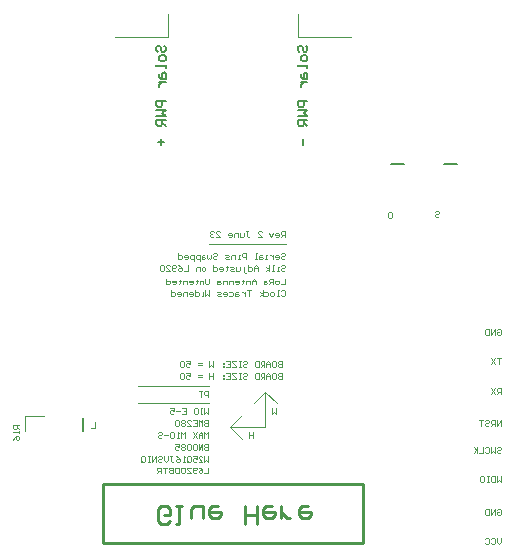
<source format=gbr>
G04*
G04 #@! TF.GenerationSoftware,Altium Limited,Altium Designer,25.5.2 (35)*
G04*
G04 Layer_Color=32896*
%FSLAX25Y25*%
%MOIN*%
G70*
G04*
G04 #@! TF.SameCoordinates,0BB90384-501E-406B-A6C2-AE9EDDEAC3CB*
G04*
G04*
G04 #@! TF.FilePolarity,Positive*
G04*
G01*
G75*
%ADD13C,0.00787*%
%ADD14C,0.00394*%
%ADD16C,0.01000*%
%ADD18C,0.00315*%
D13*
X145307Y130968D02*
X149638D01*
X42600Y42100D02*
Y46431D01*
X163023Y130968D02*
X167354D01*
X67455Y168373D02*
X66930Y168898D01*
Y169948D01*
X67455Y170473D01*
X67980D01*
X68504Y169948D01*
Y168898D01*
X69029Y168373D01*
X69554D01*
X70079Y168898D01*
Y169948D01*
X69554Y170473D01*
X70079Y166799D02*
Y165750D01*
X69554Y165225D01*
X68504D01*
X67980Y165750D01*
Y166799D01*
X68504Y167324D01*
X69554D01*
X70079Y166799D01*
Y164175D02*
Y163126D01*
Y163651D01*
X66930D01*
Y164175D01*
X67980Y161027D02*
Y159977D01*
X68504Y159452D01*
X70079D01*
Y161027D01*
X69554Y161551D01*
X69029Y161027D01*
Y159452D01*
X67980Y158403D02*
X70079D01*
X69029D01*
X68504Y157878D01*
X67980Y157353D01*
Y156828D01*
X70079Y152106D02*
X66930D01*
Y150531D01*
X67455Y150007D01*
X68504D01*
X69029Y150531D01*
Y152106D01*
X66930Y148957D02*
X70079D01*
X69029Y147907D01*
X70079Y146858D01*
X66930D01*
X70079Y145808D02*
X66930D01*
Y144234D01*
X67455Y143709D01*
X68504D01*
X69029Y144234D01*
Y145808D01*
Y144759D02*
X70079Y143709D01*
X68504Y139511D02*
Y137412D01*
X67455Y138462D02*
X69554D01*
X114699Y168373D02*
X114174Y168898D01*
Y169948D01*
X114699Y170473D01*
X115224D01*
X115749Y169948D01*
Y168898D01*
X116273Y168373D01*
X116798D01*
X117323Y168898D01*
Y169948D01*
X116798Y170473D01*
X117323Y166799D02*
Y165750D01*
X116798Y165225D01*
X115749D01*
X115224Y165750D01*
Y166799D01*
X115749Y167324D01*
X116798D01*
X117323Y166799D01*
Y164175D02*
Y163126D01*
Y163651D01*
X114174D01*
Y164175D01*
X115224Y161027D02*
Y159977D01*
X115749Y159452D01*
X117323D01*
Y161027D01*
X116798Y161551D01*
X116273Y161027D01*
Y159452D01*
X115224Y158403D02*
X117323D01*
X116273D01*
X115749Y157878D01*
X115224Y157353D01*
Y156828D01*
X117323Y152106D02*
X114174D01*
Y150531D01*
X114699Y150007D01*
X115749D01*
X116273Y150531D01*
Y152106D01*
X114174Y148957D02*
X117323D01*
X116273Y147907D01*
X117323Y146858D01*
X114174D01*
X117323Y145808D02*
X114174D01*
Y144234D01*
X114699Y143709D01*
X115749D01*
X116273Y144234D01*
Y145808D01*
Y144759D02*
X117323Y143709D01*
X115749Y139511D02*
Y137412D01*
D14*
X84646Y104331D02*
X110236D01*
X61024Y57087D02*
X84646D01*
X61024Y51181D02*
X84646D01*
X91535Y43307D02*
X95472Y47244D01*
X91535Y43307D02*
X103347D01*
X91535D02*
X95472Y39370D01*
X103347Y55118D02*
X107283Y51181D01*
X99410D02*
X103347Y55118D01*
Y43307D02*
Y55118D01*
X53150Y173228D02*
X70866D01*
Y181102D01*
X114173Y173228D02*
X131890D01*
X114173D02*
Y181102D01*
X23100Y42000D02*
Y47000D01*
X29500D01*
D16*
X49126Y4817D02*
Y24502D01*
X135740Y4817D02*
Y24502D01*
X49126D02*
X135740D01*
X49126Y4817D02*
X135740D01*
X71400Y12168D02*
X70400Y11169D01*
X68401D01*
X67401Y12168D01*
Y16167D01*
X68401Y17167D01*
X70400D01*
X71400Y16167D01*
Y14168D01*
X69401D01*
X73399Y17167D02*
X75398D01*
X74399D01*
Y11169D01*
X73399D01*
X78398Y13168D02*
Y16167D01*
X79397Y17167D01*
X82396D01*
Y13168D01*
X87395Y17167D02*
X85395D01*
X84396Y16167D01*
Y14168D01*
X85395Y13168D01*
X87395D01*
X88394Y14168D01*
Y15168D01*
X84396D01*
X96392Y11169D02*
Y17167D01*
Y14168D01*
X100390D01*
Y11169D01*
Y17167D01*
X105389D02*
X103390D01*
X102390Y16167D01*
Y14168D01*
X103390Y13168D01*
X105389D01*
X106388Y14168D01*
Y15168D01*
X102390D01*
X108388Y13168D02*
Y17167D01*
Y15168D01*
X109388Y14168D01*
X110387Y13168D01*
X111387D01*
X117385Y17167D02*
X115386D01*
X114386Y16167D01*
Y14168D01*
X115386Y13168D01*
X117385D01*
X118385Y14168D01*
Y15168D01*
X114386D01*
D18*
X108609Y88569D02*
X108937Y88897D01*
X109593D01*
X109921Y88569D01*
Y87257D01*
X109593Y86929D01*
X108937D01*
X108609Y87257D01*
X107953Y86929D02*
X107298D01*
X107625D01*
Y88897D01*
X107953D01*
X105985Y86929D02*
X105330D01*
X105002Y87257D01*
Y87913D01*
X105330Y88241D01*
X105985D01*
X106314Y87913D01*
Y87257D01*
X105985Y86929D01*
X103034Y88241D02*
X104018D01*
X104346Y87913D01*
Y87257D01*
X104018Y86929D01*
X103034D01*
X102378D02*
Y88897D01*
Y87585D02*
X101394Y88241D01*
X102378Y87585D02*
X101394Y86929D01*
X98442Y88897D02*
X97130D01*
X97786D01*
Y86929D01*
X96474Y88241D02*
Y86929D01*
Y87585D01*
X96146Y87913D01*
X95818Y88241D01*
X95490D01*
X94178D02*
X93522D01*
X93194Y87913D01*
Y86929D01*
X94178D01*
X94506Y87257D01*
X94178Y87585D01*
X93194D01*
X91227Y88241D02*
X92211D01*
X92538Y87913D01*
Y87257D01*
X92211Y86929D01*
X91227D01*
X89587D02*
X90243D01*
X90571Y87257D01*
Y87913D01*
X90243Y88241D01*
X89587D01*
X89259Y87913D01*
Y87585D01*
X90571D01*
X88603Y86929D02*
X87619D01*
X87291Y87257D01*
X87619Y87585D01*
X88275D01*
X88603Y87913D01*
X88275Y88241D01*
X87291D01*
X84667Y88897D02*
Y86929D01*
X84011Y87585D01*
X83355Y86929D01*
Y88897D01*
X82699Y86929D02*
X82043D01*
X82371D01*
Y88241D01*
X82699D01*
X79747Y88897D02*
Y86929D01*
X80731D01*
X81059Y87257D01*
Y87913D01*
X80731Y88241D01*
X79747D01*
X78108Y86929D02*
X78764D01*
X79091Y87257D01*
Y87913D01*
X78764Y88241D01*
X78108D01*
X77780Y87913D01*
Y87585D01*
X79091D01*
X77124Y86929D02*
Y88241D01*
X76140D01*
X75812Y87913D01*
Y86929D01*
X74172D02*
X74828D01*
X75156Y87257D01*
Y87913D01*
X74828Y88241D01*
X74172D01*
X73844Y87913D01*
Y87585D01*
X75156D01*
X71876Y88897D02*
Y86929D01*
X72860D01*
X73188Y87257D01*
Y87913D01*
X72860Y88241D01*
X71876D01*
X109921Y92834D02*
Y90866D01*
X108609D01*
X107625D02*
X106969D01*
X106641Y91194D01*
Y91850D01*
X106969Y92178D01*
X107625D01*
X107953Y91850D01*
Y91194D01*
X107625Y90866D01*
X105985D02*
Y92834D01*
X105002D01*
X104674Y92506D01*
Y91850D01*
X105002Y91522D01*
X105985D01*
X105330D02*
X104674Y90866D01*
X103690Y92178D02*
X103034D01*
X102706Y91850D01*
Y90866D01*
X103690D01*
X104018Y91194D01*
X103690Y91522D01*
X102706D01*
X100082Y90866D02*
Y92178D01*
X99426Y92834D01*
X98770Y92178D01*
Y90866D01*
Y91850D01*
X100082D01*
X98114Y90866D02*
Y92178D01*
X97130D01*
X96802Y91850D01*
Y90866D01*
X95818Y92506D02*
Y92178D01*
X96146D01*
X95490D01*
X95818D01*
Y91194D01*
X95490Y90866D01*
X93522D02*
X94178D01*
X94506Y91194D01*
Y91850D01*
X94178Y92178D01*
X93522D01*
X93194Y91850D01*
Y91522D01*
X94506D01*
X92538Y90866D02*
Y92178D01*
X91555D01*
X91227Y91850D01*
Y90866D01*
X90571D02*
Y92178D01*
X89587D01*
X89259Y91850D01*
Y90866D01*
X88275Y92178D02*
X87619D01*
X87291Y91850D01*
Y90866D01*
X88275D01*
X88603Y91194D01*
X88275Y91522D01*
X87291D01*
X84667Y92834D02*
Y91194D01*
X84339Y90866D01*
X83683D01*
X83355Y91194D01*
Y92834D01*
X82699Y90866D02*
Y92178D01*
X81715D01*
X81387Y91850D01*
Y90866D01*
X80403Y92506D02*
Y92178D01*
X80731D01*
X80075D01*
X80403D01*
Y91194D01*
X80075Y90866D01*
X78108D02*
X78764D01*
X79091Y91194D01*
Y91850D01*
X78764Y92178D01*
X78108D01*
X77780Y91850D01*
Y91522D01*
X79091D01*
X77124Y90866D02*
Y92178D01*
X76140D01*
X75812Y91850D01*
Y90866D01*
X74828Y92506D02*
Y92178D01*
X75156D01*
X74500D01*
X74828D01*
Y91194D01*
X74500Y90866D01*
X72532D02*
X73188D01*
X73516Y91194D01*
Y91850D01*
X73188Y92178D01*
X72532D01*
X72204Y91850D01*
Y91522D01*
X73516D01*
X70236Y92834D02*
Y90866D01*
X71220D01*
X71548Y91194D01*
Y91850D01*
X71220Y92178D01*
X70236D01*
X108609Y97099D02*
X108937Y97427D01*
X109593D01*
X109921Y97099D01*
Y96771D01*
X109593Y96443D01*
X108937D01*
X108609Y96115D01*
Y95787D01*
X108937Y95459D01*
X109593D01*
X109921Y95787D01*
X107953Y95459D02*
X107298D01*
X107625D01*
Y96771D01*
X107953D01*
X106314Y95459D02*
X105658D01*
X105985D01*
Y97427D01*
X106314D01*
X104674Y95459D02*
Y97427D01*
Y96115D02*
X103690Y96771D01*
X104674Y96115D02*
X103690Y95459D01*
X100738D02*
Y96771D01*
X100082Y97427D01*
X99426Y96771D01*
Y95459D01*
Y96443D01*
X100738D01*
X97458Y97427D02*
Y95459D01*
X98442D01*
X98770Y95787D01*
Y96443D01*
X98442Y96771D01*
X97458D01*
X96802Y94803D02*
X96474D01*
X96146Y95131D01*
Y96771D01*
X94834D02*
Y95787D01*
X94506Y95459D01*
X93522D01*
Y96771D01*
X92866Y95459D02*
X91882D01*
X91554Y95787D01*
X91882Y96115D01*
X92538D01*
X92866Y96443D01*
X92538Y96771D01*
X91554D01*
X90571Y97099D02*
Y96771D01*
X90899D01*
X90243D01*
X90571D01*
Y95787D01*
X90243Y95459D01*
X88275D02*
X88931D01*
X89259Y95787D01*
Y96443D01*
X88931Y96771D01*
X88275D01*
X87947Y96443D01*
Y96115D01*
X89259D01*
X85979Y97427D02*
Y95459D01*
X86963D01*
X87291Y95787D01*
Y96443D01*
X86963Y96771D01*
X85979D01*
X83027Y95459D02*
X82371D01*
X82043Y95787D01*
Y96443D01*
X82371Y96771D01*
X83027D01*
X83355Y96443D01*
Y95787D01*
X83027Y95459D01*
X81387D02*
Y96771D01*
X80403D01*
X80075Y96443D01*
Y95459D01*
X77451Y97427D02*
Y95459D01*
X76140D01*
X74172Y97427D02*
X74828Y97099D01*
X75484Y96443D01*
Y95787D01*
X75156Y95459D01*
X74500D01*
X74172Y95787D01*
Y96115D01*
X74500Y96443D01*
X75484D01*
X73516Y95787D02*
X73188Y95459D01*
X72532D01*
X72204Y95787D01*
Y97099D01*
X72532Y97427D01*
X73188D01*
X73516Y97099D01*
Y96771D01*
X73188Y96443D01*
X72204D01*
X70236Y95459D02*
X71548D01*
X70236Y96771D01*
Y97099D01*
X70564Y97427D01*
X71220D01*
X71548Y97099D01*
X69580D02*
X69252Y97427D01*
X68596D01*
X68268Y97099D01*
Y95787D01*
X68596Y95459D01*
X69252D01*
X69580Y95787D01*
Y97099D01*
X108609Y101036D02*
X108937Y101364D01*
X109593D01*
X109921Y101036D01*
Y100708D01*
X109593Y100380D01*
X108937D01*
X108609Y100052D01*
Y99724D01*
X108937Y99396D01*
X109593D01*
X109921Y99724D01*
X106969Y99396D02*
X107625D01*
X107953Y99724D01*
Y100380D01*
X107625Y100708D01*
X106969D01*
X106641Y100380D01*
Y100052D01*
X107953D01*
X105985Y100708D02*
Y99396D01*
Y100052D01*
X105658Y100380D01*
X105330Y100708D01*
X105002D01*
X104018Y99396D02*
X103362D01*
X103690D01*
Y100708D01*
X104018D01*
X102050D02*
X101394D01*
X101066Y100380D01*
Y99396D01*
X102050D01*
X102378Y99724D01*
X102050Y100052D01*
X101066D01*
X100410Y99396D02*
X99754D01*
X100082D01*
Y101364D01*
X100410D01*
X96802Y99396D02*
Y101364D01*
X95818D01*
X95490Y101036D01*
Y100380D01*
X95818Y100052D01*
X96802D01*
X94834Y99396D02*
X94178D01*
X94506D01*
Y100708D01*
X94834D01*
X93194Y99396D02*
Y100708D01*
X92211D01*
X91882Y100380D01*
Y99396D01*
X91227D02*
X90243D01*
X89915Y99724D01*
X90243Y100052D01*
X90899D01*
X91227Y100380D01*
X90899Y100708D01*
X89915D01*
X85979Y101036D02*
X86307Y101364D01*
X86963D01*
X87291Y101036D01*
Y100708D01*
X86963Y100380D01*
X86307D01*
X85979Y100052D01*
Y99724D01*
X86307Y99396D01*
X86963D01*
X87291Y99724D01*
X85323Y100708D02*
Y99724D01*
X84995Y99396D01*
X84667Y99724D01*
X84339Y99396D01*
X84011Y99724D01*
Y100708D01*
X83027D02*
X82371D01*
X82043Y100380D01*
Y99396D01*
X83027D01*
X83355Y99724D01*
X83027Y100052D01*
X82043D01*
X81387Y98740D02*
Y100708D01*
X80403D01*
X80075Y100380D01*
Y99724D01*
X80403Y99396D01*
X81387D01*
X79419Y98740D02*
Y100708D01*
X78435D01*
X78108Y100380D01*
Y99724D01*
X78435Y99396D01*
X79419D01*
X76468D02*
X77124D01*
X77451Y99724D01*
Y100380D01*
X77124Y100708D01*
X76468D01*
X76140Y100380D01*
Y100052D01*
X77451D01*
X74172Y101364D02*
Y99396D01*
X75156D01*
X75484Y99724D01*
Y100380D01*
X75156Y100708D01*
X74172D01*
X109921Y106614D02*
Y108582D01*
X108937D01*
X108609Y108254D01*
Y107598D01*
X108937Y107270D01*
X109921D01*
X109265D02*
X108609Y106614D01*
X106969D02*
X107625D01*
X107953Y106942D01*
Y107598D01*
X107625Y107926D01*
X106969D01*
X106641Y107598D01*
Y107270D01*
X107953D01*
X105985Y107926D02*
X105330Y106614D01*
X104674Y107926D01*
X100738Y106614D02*
X102050D01*
X100738Y107926D01*
Y108254D01*
X101066Y108582D01*
X101722D01*
X102050Y108254D01*
X96802Y108582D02*
X97458D01*
X97130D01*
Y106942D01*
X97458Y106614D01*
X97786D01*
X98114Y106942D01*
X96146Y107926D02*
Y106942D01*
X95818Y106614D01*
X94834D01*
Y107926D01*
X94178Y106614D02*
Y107926D01*
X93194D01*
X92866Y107598D01*
Y106614D01*
X91227D02*
X91882D01*
X92211Y106942D01*
Y107598D01*
X91882Y107926D01*
X91227D01*
X90899Y107598D01*
Y107270D01*
X92211D01*
X86963Y106614D02*
X88275D01*
X86963Y107926D01*
Y108254D01*
X87291Y108582D01*
X87947D01*
X88275Y108254D01*
X86307D02*
X85979Y108582D01*
X85323D01*
X84995Y108254D01*
Y107926D01*
X85323Y107598D01*
X85651D01*
X85323D01*
X84995Y107270D01*
Y106942D01*
X85323Y106614D01*
X85979D01*
X86307Y106942D01*
X108937Y61338D02*
Y59370D01*
X107953D01*
X107625Y59698D01*
Y60026D01*
X107953Y60354D01*
X108937D01*
X107953D01*
X107625Y60682D01*
Y61010D01*
X107953Y61338D01*
X108937D01*
X105985D02*
X106641D01*
X106969Y61010D01*
Y59698D01*
X106641Y59370D01*
X105985D01*
X105657Y59698D01*
Y61010D01*
X105985Y61338D01*
X105001Y59370D02*
Y60682D01*
X104345Y61338D01*
X103689Y60682D01*
Y59370D01*
Y60354D01*
X105001D01*
X103033Y59370D02*
Y61338D01*
X102050D01*
X101722Y61010D01*
Y60354D01*
X102050Y60026D01*
X103033D01*
X102377D02*
X101722Y59370D01*
X101066Y61338D02*
Y59370D01*
X100082D01*
X99754Y59698D01*
Y61010D01*
X100082Y61338D01*
X101066D01*
X95818Y61010D02*
X96146Y61338D01*
X96802D01*
X97130Y61010D01*
Y60682D01*
X96802Y60354D01*
X96146D01*
X95818Y60026D01*
Y59698D01*
X96146Y59370D01*
X96802D01*
X97130Y59698D01*
X95162Y61338D02*
X94506D01*
X94834D01*
Y59370D01*
X95162D01*
X94506D01*
X93522Y61338D02*
X92210D01*
Y61010D01*
X93522Y59698D01*
Y59370D01*
X92210D01*
X90242Y61338D02*
X91554D01*
Y59370D01*
X90242D01*
X91554Y60354D02*
X90898D01*
X89586Y60682D02*
X89258D01*
Y60354D01*
X89586D01*
Y60682D01*
Y59698D02*
X89258D01*
Y59370D01*
X89586D01*
Y59698D01*
X85979Y61338D02*
Y59370D01*
Y60354D01*
X84667D01*
Y61338D01*
Y59370D01*
X82043Y60026D02*
X80731D01*
X82043Y60682D02*
X80731D01*
X76795Y61338D02*
X78107D01*
Y60354D01*
X77451Y60682D01*
X77123D01*
X76795Y60354D01*
Y59698D01*
X77123Y59370D01*
X77779D01*
X78107Y59698D01*
X76139Y61010D02*
X75811Y61338D01*
X75155D01*
X74827Y61010D01*
Y59698D01*
X75155Y59370D01*
X75811D01*
X76139Y59698D01*
Y61010D01*
X108937Y65275D02*
Y63307D01*
X107953D01*
X107625Y63635D01*
Y63963D01*
X107953Y64291D01*
X108937D01*
X107953D01*
X107625Y64619D01*
Y64947D01*
X107953Y65275D01*
X108937D01*
X105985D02*
X106641D01*
X106969Y64947D01*
Y63635D01*
X106641Y63307D01*
X105985D01*
X105657Y63635D01*
Y64947D01*
X105985Y65275D01*
X105001Y63307D02*
Y64619D01*
X104345Y65275D01*
X103689Y64619D01*
Y63307D01*
Y64291D01*
X105001D01*
X103033Y63307D02*
Y65275D01*
X102050D01*
X101722Y64947D01*
Y64291D01*
X102050Y63963D01*
X103033D01*
X102377D02*
X101722Y63307D01*
X101066Y65275D02*
Y63307D01*
X100082D01*
X99754Y63635D01*
Y64947D01*
X100082Y65275D01*
X101066D01*
X95818Y64947D02*
X96146Y65275D01*
X96802D01*
X97130Y64947D01*
Y64619D01*
X96802Y64291D01*
X96146D01*
X95818Y63963D01*
Y63635D01*
X96146Y63307D01*
X96802D01*
X97130Y63635D01*
X95162Y65275D02*
X94506D01*
X94834D01*
Y63307D01*
X95162D01*
X94506D01*
X93522Y65275D02*
X92210D01*
Y64947D01*
X93522Y63635D01*
Y63307D01*
X92210D01*
X90242Y65275D02*
X91554D01*
Y63307D01*
X90242D01*
X91554Y64291D02*
X90898D01*
X89586Y64619D02*
X89258D01*
Y64291D01*
X89586D01*
Y64619D01*
Y63635D02*
X89258D01*
Y63307D01*
X89586D01*
Y63635D01*
X85979Y65275D02*
Y63307D01*
X85323Y63963D01*
X84667Y63307D01*
Y65275D01*
X82043Y63963D02*
X80731D01*
X82043Y64619D02*
X80731D01*
X76795Y65275D02*
X78107D01*
Y64291D01*
X77451Y64619D01*
X77123D01*
X76795Y64291D01*
Y63635D01*
X77123Y63307D01*
X77779D01*
X78107Y63635D01*
X76139Y64947D02*
X75811Y65275D01*
X75155D01*
X74827Y64947D01*
Y63635D01*
X75155Y63307D01*
X75811D01*
X76139Y63635D01*
Y64947D01*
X84331Y49527D02*
Y47559D01*
X83675Y48215D01*
X83019Y47559D01*
Y49527D01*
X82363D02*
X81707D01*
X82035D01*
Y47559D01*
X82363D01*
X81707D01*
X79739Y49527D02*
X80395D01*
X80723Y49199D01*
Y47887D01*
X80395Y47559D01*
X79739D01*
X79411Y47887D01*
Y49199D01*
X79739Y49527D01*
X75475D02*
X76787D01*
Y47559D01*
X75475D01*
X76787Y48543D02*
X76131D01*
X74819D02*
X73507D01*
X71540Y49527D02*
X72852D01*
Y48543D01*
X72196Y48871D01*
X71868D01*
X71540Y48543D01*
Y47887D01*
X71868Y47559D01*
X72523D01*
X72852Y47887D01*
X84331Y53465D02*
Y55432D01*
X83347D01*
X83019Y55104D01*
Y54448D01*
X83347Y54120D01*
X84331D01*
X82363Y55432D02*
X81051D01*
X81707D01*
Y53465D01*
X84331Y29842D02*
Y27874D01*
X83019D01*
X81051Y29842D02*
X81707Y29514D01*
X82363Y28858D01*
Y28202D01*
X82035Y27874D01*
X81379D01*
X81051Y28202D01*
Y28530D01*
X81379Y28858D01*
X82363D01*
X80395Y28202D02*
X80067Y27874D01*
X79411D01*
X79083Y28202D01*
Y29514D01*
X79411Y29842D01*
X80067D01*
X80395Y29514D01*
Y29186D01*
X80067Y28858D01*
X79083D01*
X77115Y27874D02*
X78427D01*
X77115Y29186D01*
Y29514D01*
X77443Y29842D01*
X78099D01*
X78427Y29514D01*
X76459D02*
X76131Y29842D01*
X75475D01*
X75147Y29514D01*
Y28202D01*
X75475Y27874D01*
X76131D01*
X76459Y28202D01*
Y29514D01*
X74491Y29842D02*
Y27874D01*
X73507D01*
X73180Y28202D01*
Y29514D01*
X73507Y29842D01*
X74491D01*
X72524D02*
Y27874D01*
X71540D01*
X71212Y28202D01*
Y28530D01*
X71540Y28858D01*
X72524D01*
X71540D01*
X71212Y29186D01*
Y29514D01*
X71540Y29842D01*
X72524D01*
X70556D02*
X69244D01*
X69900D01*
Y27874D01*
X68588D02*
Y29842D01*
X67604D01*
X67276Y29514D01*
Y28858D01*
X67604Y28530D01*
X68588D01*
X67932D02*
X67276Y27874D01*
X84331Y33779D02*
Y31811D01*
X83675Y32467D01*
X83019Y31811D01*
Y33779D01*
X81051Y31811D02*
X82363D01*
X81051Y33123D01*
Y33451D01*
X81379Y33779D01*
X82035D01*
X82363Y33451D01*
X79083Y33779D02*
X80395D01*
Y32795D01*
X79739Y33123D01*
X79411D01*
X79083Y32795D01*
Y32139D01*
X79411Y31811D01*
X80067D01*
X80395Y32139D01*
X77115D02*
Y33451D01*
X77443Y33779D01*
X78099D01*
X78427Y33451D01*
Y32139D01*
X78099Y31811D01*
X77443D01*
X77771Y32467D02*
X77115Y31811D01*
X77443D02*
X77115Y32139D01*
X76459Y31811D02*
X75803D01*
X76131D01*
Y33779D01*
X76459Y33451D01*
X73507Y33779D02*
X74163Y33451D01*
X74819Y32795D01*
Y32139D01*
X74491Y31811D01*
X73835D01*
X73507Y32139D01*
Y32467D01*
X73835Y32795D01*
X74819D01*
X71540Y33779D02*
X72196D01*
X71868D01*
Y32139D01*
X72196Y31811D01*
X72523D01*
X72852Y32139D01*
X70884Y33779D02*
Y32467D01*
X70228Y31811D01*
X69572Y32467D01*
Y33779D01*
X67604Y33451D02*
X67932Y33779D01*
X68588D01*
X68916Y33451D01*
Y33123D01*
X68588Y32795D01*
X67932D01*
X67604Y32467D01*
Y32139D01*
X67932Y31811D01*
X68588D01*
X68916Y32139D01*
X66948Y31811D02*
Y33779D01*
X65636Y31811D01*
Y33779D01*
X64980D02*
X64324D01*
X64652D01*
Y31811D01*
X64980D01*
X64324D01*
X62028Y32139D02*
Y33451D01*
X62356Y33779D01*
X63012D01*
X63340Y33451D01*
Y32139D01*
X63012Y31811D01*
X62356D01*
X62684Y32467D02*
X62028Y31811D01*
X62356D02*
X62028Y32139D01*
X84331Y37716D02*
Y35748D01*
X83347D01*
X83019Y36076D01*
Y36404D01*
X83347Y36732D01*
X84331D01*
X83347D01*
X83019Y37060D01*
Y37388D01*
X83347Y37716D01*
X84331D01*
X82363Y35748D02*
Y37716D01*
X81051Y35748D01*
Y37716D01*
X79411D02*
X80067D01*
X80395Y37388D01*
Y36076D01*
X80067Y35748D01*
X79411D01*
X79083Y36076D01*
Y37388D01*
X79411Y37716D01*
X78427Y37388D02*
X78099Y37716D01*
X77443D01*
X77115Y37388D01*
Y36076D01*
X77443Y35748D01*
X78099D01*
X78427Y36076D01*
Y37388D01*
X76459D02*
X76131Y37716D01*
X75475D01*
X75147Y37388D01*
Y37060D01*
X75475Y36732D01*
X75147Y36404D01*
Y36076D01*
X75475Y35748D01*
X76131D01*
X76459Y36076D01*
Y36404D01*
X76131Y36732D01*
X76459Y37060D01*
Y37388D01*
X76131Y36732D02*
X75475D01*
X73180Y37716D02*
X74491D01*
Y36732D01*
X73835Y37060D01*
X73507D01*
X73180Y36732D01*
Y36076D01*
X73507Y35748D01*
X74163D01*
X74491Y36076D01*
X84331Y39685D02*
Y41653D01*
X83675Y40997D01*
X83019Y41653D01*
Y39685D01*
X82363D02*
Y40997D01*
X81707Y41653D01*
X81051Y40997D01*
Y39685D01*
Y40669D01*
X82363D01*
X80395Y41653D02*
X79083Y39685D01*
Y41653D02*
X80395Y39685D01*
X76459D02*
Y41653D01*
X75803Y40997D01*
X75147Y41653D01*
Y39685D01*
X74491D02*
X73835D01*
X74163D01*
Y41653D01*
X74491Y41325D01*
X72852D02*
X72523Y41653D01*
X71868D01*
X71540Y41325D01*
Y40013D01*
X71868Y39685D01*
X72523D01*
X72852Y40013D01*
Y41325D01*
X70884Y40669D02*
X69572D01*
X67604Y41325D02*
X67932Y41653D01*
X68588D01*
X68916Y41325D01*
Y40997D01*
X68588Y40669D01*
X67932D01*
X67604Y40341D01*
Y40013D01*
X67932Y39685D01*
X68588D01*
X68916Y40013D01*
X99094Y41653D02*
Y39685D01*
Y40669D01*
X97783D01*
Y41653D01*
Y39685D01*
X106968Y49527D02*
Y47559D01*
X106313Y48215D01*
X105657Y47559D01*
Y49527D01*
X84331Y45590D02*
Y43622D01*
X83347D01*
X83019Y43950D01*
Y44278D01*
X83347Y44606D01*
X84331D01*
X83347D01*
X83019Y44934D01*
Y45262D01*
X83347Y45590D01*
X84331D01*
X82363Y43622D02*
Y45590D01*
X81707Y44934D01*
X81051Y45590D01*
Y43622D01*
X79083Y45590D02*
X80395D01*
Y43622D01*
X79083D01*
X80395Y44606D02*
X79739D01*
X77115Y43622D02*
X78427D01*
X77115Y44934D01*
Y45262D01*
X77443Y45590D01*
X78099D01*
X78427Y45262D01*
X76459D02*
X76131Y45590D01*
X75475D01*
X75147Y45262D01*
Y44934D01*
X75475Y44606D01*
X75147Y44278D01*
Y43950D01*
X75475Y43622D01*
X76131D01*
X76459Y43950D01*
Y44278D01*
X76131Y44606D01*
X76459Y44934D01*
Y45262D01*
X76131Y44606D02*
X75475D01*
X74491Y45262D02*
X74163Y45590D01*
X73507D01*
X73180Y45262D01*
Y43950D01*
X73507Y43622D01*
X74163D01*
X74491Y43950D01*
Y45262D01*
X46385Y44983D02*
Y43015D01*
X45073D01*
X144601Y115062D02*
X145257D01*
X145585Y114734D01*
Y113422D01*
X145257Y113094D01*
X144601D01*
X144273Y113422D01*
Y114734D01*
X144601Y115062D01*
X159791Y115144D02*
X160118Y115472D01*
X160774D01*
X161102Y115144D01*
Y114816D01*
X160774Y114488D01*
X160118D01*
X159791Y114160D01*
Y113832D01*
X160118Y113504D01*
X160774D01*
X161102Y113832D01*
X181893Y43638D02*
Y45606D01*
X180581Y43638D01*
Y45606D01*
X179925Y43638D02*
Y45606D01*
X178941D01*
X178613Y45278D01*
Y44622D01*
X178941Y44294D01*
X179925D01*
X179269D02*
X178613Y43638D01*
X176645Y45278D02*
X176973Y45606D01*
X177629D01*
X177957Y45278D01*
Y44950D01*
X177629Y44622D01*
X176973D01*
X176645Y44294D01*
Y43966D01*
X176973Y43638D01*
X177629D01*
X177957Y43966D01*
X175989Y45606D02*
X174677D01*
X175333D01*
Y43638D01*
X181893Y6236D02*
Y4924D01*
X181237Y4268D01*
X180581Y4924D01*
Y6236D01*
X178613Y5908D02*
X178941Y6236D01*
X179597D01*
X179925Y5908D01*
Y4596D01*
X179597Y4268D01*
X178941D01*
X178613Y4596D01*
X176645Y5908D02*
X176973Y6236D01*
X177629D01*
X177957Y5908D01*
Y4596D01*
X177629Y4268D01*
X176973D01*
X176645Y4596D01*
X180581Y36419D02*
X180909Y36747D01*
X181565D01*
X181893Y36419D01*
Y36091D01*
X181565Y35763D01*
X180909D01*
X180581Y35436D01*
Y35107D01*
X180909Y34780D01*
X181565D01*
X181893Y35107D01*
X179925Y36747D02*
Y34780D01*
X179269Y35436D01*
X178613Y34780D01*
Y36747D01*
X176645Y36419D02*
X176973Y36747D01*
X177629D01*
X177957Y36419D01*
Y35107D01*
X177629Y34780D01*
X176973D01*
X176645Y35107D01*
X175989Y36747D02*
Y34780D01*
X174677D01*
X174021Y36747D02*
Y34780D01*
Y35436D01*
X172710Y36747D01*
X173694Y35763D01*
X172710Y34780D01*
X181893Y54465D02*
Y56432D01*
X180909D01*
X180581Y56104D01*
Y55449D01*
X180909Y55120D01*
X181893D01*
X181237D02*
X180581Y54465D01*
X179925Y56432D02*
X178613Y54465D01*
Y56432D02*
X179925Y54465D01*
X181893Y66275D02*
X180581D01*
X181237D01*
Y64307D01*
X179925Y66275D02*
X178613Y64307D01*
Y66275D02*
X179925Y64307D01*
X181893Y26905D02*
Y24937D01*
X181237Y25593D01*
X180581Y24937D01*
Y26905D01*
X179925D02*
Y24937D01*
X178941D01*
X178613Y25265D01*
Y26577D01*
X178941Y26905D01*
X179925D01*
X177957D02*
X177301D01*
X177629D01*
Y24937D01*
X177957D01*
X177301D01*
X175333Y26905D02*
X175989D01*
X176317Y26577D01*
Y25265D01*
X175989Y24937D01*
X175333D01*
X175005Y25265D01*
Y26577D01*
X175333Y26905D01*
X180581Y75789D02*
X180909Y76117D01*
X181565D01*
X181893Y75789D01*
Y74478D01*
X181565Y74150D01*
X180909D01*
X180581Y74478D01*
Y75134D01*
X181237D01*
X179925Y74150D02*
Y76117D01*
X178613Y74150D01*
Y76117D01*
X177957D02*
Y74150D01*
X176973D01*
X176645Y74478D01*
Y75789D01*
X176973Y76117D01*
X177957D01*
X180581Y15750D02*
X180909Y16078D01*
X181565D01*
X181893Y15750D01*
Y14438D01*
X181565Y14110D01*
X180909D01*
X180581Y14438D01*
Y15094D01*
X181237D01*
X179925Y14110D02*
Y16078D01*
X178613Y14110D01*
Y16078D01*
X177957D02*
Y14110D01*
X176973D01*
X176645Y14438D01*
Y15750D01*
X176973Y16078D01*
X177957D01*
X21076Y43984D02*
X19108D01*
Y43000D01*
X19436Y42672D01*
X20092D01*
X20420Y43000D01*
Y43984D01*
Y43328D02*
X21076Y42672D01*
Y42016D02*
Y41360D01*
Y41688D01*
X19108D01*
X19436Y42016D01*
X19108Y39065D02*
X19436Y39720D01*
X20092Y40376D01*
X20748D01*
X21076Y40049D01*
Y39393D01*
X20748Y39065D01*
X20420D01*
X20092Y39393D01*
Y40376D01*
M02*

</source>
